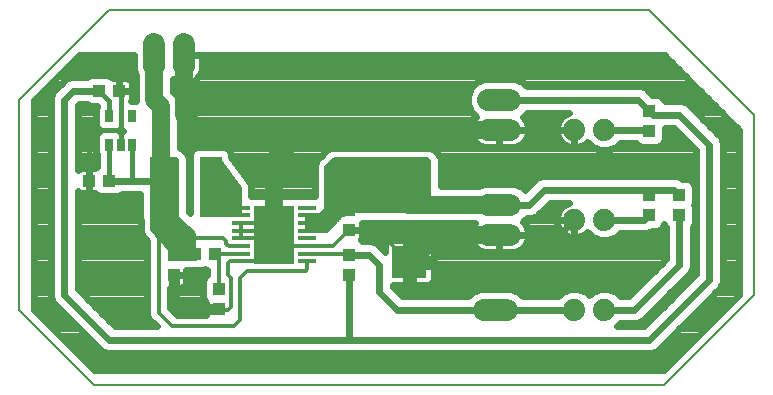
<source format=gtl>
G75*
%MOIN*%
%OFA0B0*%
%FSLAX25Y25*%
%IPPOS*%
%LPD*%
%AMOC8*
5,1,8,0,0,1.08239X$1,22.5*
%
%ADD10C,0.00600*%
%ADD11R,0.02756X0.03937*%
%ADD12R,0.04331X0.03937*%
%ADD13R,0.06299X0.01181*%
%ADD14R,0.02500X0.05000*%
%ADD15R,0.13386X0.19685*%
%ADD16R,0.03937X0.04331*%
%ADD17R,0.11811X0.10630*%
%ADD18R,0.07480X0.20079*%
%ADD19C,0.07400*%
%ADD20C,0.07400*%
%ADD21C,0.01800*%
%ADD22C,0.03600*%
%ADD23C,0.01200*%
%ADD24C,0.06000*%
%ADD25C,0.02400*%
D10*
X0026300Y0001300D02*
X0001300Y0026300D01*
X0001300Y0096300D01*
X0031300Y0126300D01*
X0211300Y0126300D01*
X0246300Y0091300D01*
X0246300Y0031300D01*
X0216300Y0001300D01*
X0026300Y0001300D01*
X0051300Y0046300D02*
X0045300Y0052800D01*
X0045300Y0076800D01*
X0053800Y0076800D01*
X0054300Y0076300D01*
X0054300Y0057300D01*
X0059800Y0051800D01*
X0059800Y0046300D01*
X0051300Y0046300D01*
X0051242Y0046363D02*
X0059800Y0046363D01*
X0059800Y0046962D02*
X0050689Y0046962D01*
X0050137Y0047560D02*
X0059800Y0047560D01*
X0059800Y0048159D02*
X0049584Y0048159D01*
X0049032Y0048757D02*
X0059800Y0048757D01*
X0059800Y0049356D02*
X0048479Y0049356D01*
X0047927Y0049954D02*
X0059800Y0049954D01*
X0059800Y0050553D02*
X0047375Y0050553D01*
X0046822Y0051151D02*
X0059800Y0051151D01*
X0059800Y0051750D02*
X0046270Y0051750D01*
X0045717Y0052348D02*
X0059252Y0052348D01*
X0058653Y0052947D02*
X0045300Y0052947D01*
X0045300Y0053545D02*
X0058055Y0053545D01*
X0057456Y0054144D02*
X0045300Y0054144D01*
X0045300Y0054742D02*
X0056858Y0054742D01*
X0056259Y0055341D02*
X0045300Y0055341D01*
X0045300Y0055939D02*
X0055661Y0055939D01*
X0055062Y0056538D02*
X0045300Y0056538D01*
X0045300Y0057136D02*
X0054464Y0057136D01*
X0054300Y0057735D02*
X0045300Y0057735D01*
X0045300Y0058333D02*
X0054300Y0058333D01*
X0054300Y0058932D02*
X0045300Y0058932D01*
X0045300Y0059530D02*
X0054300Y0059530D01*
X0054300Y0060129D02*
X0045300Y0060129D01*
X0045300Y0060727D02*
X0054300Y0060727D01*
X0054300Y0061326D02*
X0045300Y0061326D01*
X0045300Y0061924D02*
X0054300Y0061924D01*
X0054300Y0062523D02*
X0045300Y0062523D01*
X0045300Y0063121D02*
X0054300Y0063121D01*
X0054300Y0063720D02*
X0045300Y0063720D01*
X0045300Y0064318D02*
X0054300Y0064318D01*
X0054300Y0064917D02*
X0045300Y0064917D01*
X0045300Y0065515D02*
X0054300Y0065515D01*
X0054300Y0066114D02*
X0045300Y0066114D01*
X0045300Y0066712D02*
X0054300Y0066712D01*
X0054300Y0067311D02*
X0045300Y0067311D01*
X0045300Y0067909D02*
X0054300Y0067909D01*
X0054300Y0068508D02*
X0045300Y0068508D01*
X0045300Y0069106D02*
X0054300Y0069106D01*
X0054300Y0069705D02*
X0045300Y0069705D01*
X0045300Y0070303D02*
X0054300Y0070303D01*
X0054300Y0070902D02*
X0045300Y0070902D01*
X0045300Y0071501D02*
X0054300Y0071501D01*
X0054300Y0072099D02*
X0045300Y0072099D01*
X0045300Y0072698D02*
X0054300Y0072698D01*
X0054300Y0073296D02*
X0045300Y0073296D01*
X0045300Y0073895D02*
X0054300Y0073895D01*
X0054300Y0074493D02*
X0045300Y0074493D01*
X0045300Y0075092D02*
X0054300Y0075092D01*
X0054300Y0075690D02*
X0045300Y0075690D01*
X0045300Y0076289D02*
X0054300Y0076289D01*
X0096800Y0057800D02*
X0096800Y0052300D01*
X0103800Y0052300D01*
X0110300Y0058800D01*
X0137300Y0058800D01*
X0138300Y0059800D01*
X0138300Y0075800D01*
X0137300Y0076800D01*
X0106300Y0076800D01*
X0103300Y0073800D01*
X0103300Y0059800D01*
X0101300Y0057800D01*
X0096800Y0057800D01*
X0096800Y0057735D02*
X0109235Y0057735D01*
X0109833Y0058333D02*
X0101833Y0058333D01*
X0102432Y0058932D02*
X0137432Y0058932D01*
X0138030Y0059530D02*
X0103030Y0059530D01*
X0103300Y0060129D02*
X0138300Y0060129D01*
X0138300Y0060727D02*
X0103300Y0060727D01*
X0103300Y0061326D02*
X0138300Y0061326D01*
X0138300Y0061924D02*
X0103300Y0061924D01*
X0103300Y0062523D02*
X0138300Y0062523D01*
X0138300Y0063121D02*
X0103300Y0063121D01*
X0103300Y0063720D02*
X0138300Y0063720D01*
X0138300Y0064318D02*
X0103300Y0064318D01*
X0103300Y0064917D02*
X0138300Y0064917D01*
X0138300Y0065515D02*
X0103300Y0065515D01*
X0103300Y0066114D02*
X0138300Y0066114D01*
X0138300Y0066712D02*
X0103300Y0066712D01*
X0103300Y0067311D02*
X0138300Y0067311D01*
X0138300Y0067909D02*
X0103300Y0067909D01*
X0103300Y0068508D02*
X0138300Y0068508D01*
X0138300Y0069106D02*
X0103300Y0069106D01*
X0103300Y0069705D02*
X0138300Y0069705D01*
X0138300Y0070303D02*
X0103300Y0070303D01*
X0103300Y0070902D02*
X0138300Y0070902D01*
X0138300Y0071501D02*
X0103300Y0071501D01*
X0103300Y0072099D02*
X0138300Y0072099D01*
X0138300Y0072698D02*
X0103300Y0072698D01*
X0103300Y0073296D02*
X0138300Y0073296D01*
X0138300Y0073895D02*
X0103395Y0073895D01*
X0103993Y0074493D02*
X0138300Y0074493D01*
X0138300Y0075092D02*
X0104592Y0075092D01*
X0105190Y0075690D02*
X0138300Y0075690D01*
X0137811Y0076289D02*
X0105789Y0076289D01*
X0108636Y0057136D02*
X0096800Y0057136D01*
X0096800Y0056538D02*
X0108038Y0056538D01*
X0107439Y0055939D02*
X0096800Y0055939D01*
X0096800Y0055341D02*
X0106841Y0055341D01*
X0106242Y0054742D02*
X0096800Y0054742D01*
X0096800Y0054144D02*
X0105644Y0054144D01*
X0105045Y0053545D02*
X0096800Y0053545D01*
X0096800Y0052947D02*
X0104447Y0052947D01*
X0103848Y0052348D02*
X0096800Y0052348D01*
D11*
X0038780Y0081300D03*
X0035040Y0081300D03*
X0031300Y0081300D03*
X0031300Y0090749D03*
X0038780Y0090749D03*
D12*
X0034646Y0099300D03*
X0027954Y0099300D03*
X0031146Y0069300D03*
X0024454Y0069300D03*
X0059954Y0044800D03*
X0066646Y0044800D03*
D13*
X0075276Y0044935D03*
X0075276Y0042376D03*
X0075276Y0047494D03*
X0075276Y0050053D03*
X0075276Y0052612D03*
X0075276Y0055171D03*
X0075276Y0057730D03*
X0075276Y0060289D03*
X0097324Y0060289D03*
X0097324Y0057730D03*
X0097324Y0055171D03*
X0097324Y0052612D03*
X0097324Y0050053D03*
X0097324Y0047494D03*
X0097324Y0044935D03*
X0097324Y0042376D03*
D14*
X0086300Y0051300D03*
D15*
X0086300Y0051300D03*
D16*
X0111300Y0052954D03*
X0111300Y0059646D03*
X0111300Y0044646D03*
X0111300Y0037954D03*
X0067800Y0033146D03*
X0067800Y0026454D03*
X0052800Y0037954D03*
X0052800Y0044646D03*
X0211300Y0057954D03*
X0221300Y0057954D03*
X0221300Y0064646D03*
X0211300Y0064646D03*
X0211300Y0085954D03*
X0211300Y0092646D03*
D17*
X0131300Y0070473D03*
X0131300Y0042127D03*
D18*
X0065068Y0067300D03*
X0048532Y0067300D03*
D19*
X0046300Y0107600D02*
X0046300Y0115000D01*
X0056300Y0115000D02*
X0056300Y0107600D01*
X0157600Y0096300D02*
X0165000Y0096300D01*
X0165000Y0086300D02*
X0157600Y0086300D01*
X0157600Y0061300D02*
X0165000Y0061300D01*
X0165000Y0051300D02*
X0157600Y0051300D01*
X0156300Y0026300D02*
X0163700Y0026300D01*
D20*
X0186300Y0026300D03*
X0196300Y0026300D03*
X0196300Y0056300D03*
X0186300Y0056300D03*
X0186300Y0086300D03*
X0196300Y0086300D03*
D21*
X0038780Y0081300D02*
X0038780Y0069780D01*
X0038300Y0069300D01*
X0031146Y0069300D01*
X0031146Y0081146D01*
X0031300Y0081300D01*
X0035040Y0081300D02*
X0035040Y0086214D01*
X0034954Y0086300D01*
X0026300Y0086300D01*
X0024454Y0084454D01*
X0024454Y0069300D01*
X0035040Y0086214D02*
X0035040Y0098906D01*
X0034646Y0099300D01*
X0031300Y0095954D02*
X0027954Y0099300D01*
X0031300Y0095954D02*
X0031300Y0090749D01*
D22*
X0059954Y0044800D02*
X0059800Y0044646D01*
X0052800Y0044646D01*
X0052800Y0037954D02*
X0052800Y0028800D01*
X0055146Y0026454D01*
X0067800Y0026454D01*
D23*
X0067954Y0026300D01*
X0070800Y0026300D01*
X0071800Y0027300D01*
X0071800Y0036800D01*
X0070800Y0037800D01*
X0070800Y0041800D01*
X0071376Y0042376D01*
X0075276Y0042376D01*
X0083876Y0042376D01*
X0086300Y0044800D01*
X0086300Y0051300D01*
X0090106Y0047494D01*
X0097324Y0047494D01*
X0105841Y0047494D01*
X0111300Y0052954D01*
X0120473Y0052954D01*
X0131300Y0042127D01*
X0111300Y0044646D02*
X0111011Y0044935D01*
X0097324Y0044935D01*
X0097324Y0042376D02*
X0097324Y0039824D01*
X0096800Y0039300D01*
X0077300Y0039300D01*
X0074800Y0036800D01*
X0074800Y0022800D01*
X0072800Y0020800D01*
X0052300Y0020800D01*
X0047800Y0025300D01*
X0047800Y0066568D01*
X0048532Y0067300D01*
X0052800Y0063032D01*
X0062300Y0063211D02*
X0074800Y0063211D01*
X0074800Y0064409D02*
X0062300Y0064409D01*
X0062300Y0065608D02*
X0074800Y0065608D01*
X0074800Y0066800D02*
X0074800Y0057800D01*
X0062300Y0057800D01*
X0062300Y0075800D01*
X0068300Y0075800D01*
X0074800Y0066800D01*
X0074796Y0066806D02*
X0062300Y0066806D01*
X0062300Y0068005D02*
X0073930Y0068005D01*
X0073064Y0069203D02*
X0062300Y0069203D01*
X0062300Y0070402D02*
X0072199Y0070402D01*
X0071333Y0071600D02*
X0062300Y0071600D01*
X0062300Y0072799D02*
X0070468Y0072799D01*
X0069602Y0073997D02*
X0062300Y0073997D01*
X0062300Y0075196D02*
X0068736Y0075196D01*
X0065068Y0067300D02*
X0065800Y0065068D01*
X0065800Y0059300D01*
X0067370Y0057730D01*
X0075276Y0057730D01*
X0074800Y0058417D02*
X0062300Y0058417D01*
X0062300Y0059615D02*
X0074800Y0059615D01*
X0075276Y0060289D02*
X0070578Y0060289D01*
X0065068Y0067300D01*
X0062300Y0062012D02*
X0074800Y0062012D01*
X0074800Y0060814D02*
X0062300Y0060814D01*
X0075276Y0055171D02*
X0082429Y0055171D01*
X0086300Y0051300D01*
X0084988Y0052612D01*
X0075276Y0052612D01*
X0075276Y0055171D01*
X0075276Y0052612D02*
X0075276Y0050053D01*
X0085053Y0050053D01*
X0086300Y0051300D01*
X0075276Y0047494D02*
X0071106Y0047494D01*
X0070300Y0048300D01*
X0070300Y0049300D01*
X0069300Y0050300D01*
X0059800Y0050300D01*
X0059300Y0049800D01*
X0059300Y0045454D01*
X0059954Y0044800D01*
X0066646Y0044800D02*
X0066781Y0044935D01*
X0067800Y0043916D01*
X0067800Y0033146D01*
X0066781Y0044935D02*
X0075276Y0044935D01*
X0097324Y0052612D02*
X0097324Y0055171D01*
X0097324Y0057730D01*
X0109384Y0057730D01*
X0111300Y0059646D01*
D24*
X0126300Y0066300D02*
X0127127Y0066300D01*
X0131300Y0070473D01*
X0126300Y0066300D02*
X0131300Y0061300D01*
X0161300Y0061300D01*
X0161300Y0051300D02*
X0140473Y0051300D01*
X0131300Y0042127D01*
X0086300Y0051300D02*
X0086300Y0076300D01*
X0096300Y0086300D01*
X0161300Y0086300D01*
X0061300Y0086300D01*
X0056300Y0091300D01*
X0056300Y0111300D01*
X0046300Y0111300D02*
X0046300Y0096300D01*
X0048532Y0094068D01*
X0048532Y0067300D01*
D25*
X0022112Y0010488D02*
X0220488Y0010488D01*
X0218090Y0008090D02*
X0024510Y0008090D01*
X0026300Y0006300D02*
X0006300Y0026300D01*
X0006300Y0096300D01*
X0021300Y0111300D01*
X0039400Y0111300D01*
X0039400Y0106227D01*
X0040100Y0104538D01*
X0040100Y0095917D01*
X0038509Y0095917D01*
X0038572Y0095981D01*
X0038862Y0096482D01*
X0039012Y0097042D01*
X0039012Y0099300D01*
X0039012Y0101558D01*
X0038862Y0102118D01*
X0038572Y0102619D01*
X0038163Y0103029D01*
X0037661Y0103319D01*
X0037101Y0103468D01*
X0034647Y0103468D01*
X0034647Y0099300D01*
X0039012Y0099300D01*
X0034647Y0099300D01*
X0034647Y0099300D01*
X0034646Y0099300D01*
X0034646Y0103468D01*
X0032444Y0103468D01*
X0031932Y0103981D01*
X0030755Y0104468D01*
X0025152Y0104468D01*
X0023976Y0103981D01*
X0023694Y0103700D01*
X0018425Y0103700D01*
X0016808Y0103030D01*
X0015570Y0101792D01*
X0012570Y0098792D01*
X0011900Y0097175D01*
X0011900Y0030425D01*
X0012570Y0028808D01*
X0013808Y0027570D01*
X0028808Y0012570D01*
X0030425Y0011900D01*
X0212175Y0011900D01*
X0213792Y0012570D01*
X0215030Y0013808D01*
X0233792Y0032570D01*
X0233792Y0032570D01*
X0235030Y0033808D01*
X0235700Y0035425D01*
X0235700Y0082175D01*
X0235030Y0083792D01*
X0233792Y0085030D01*
X0223792Y0095030D01*
X0222175Y0095700D01*
X0216364Y0095700D01*
X0215981Y0096624D01*
X0215081Y0097525D01*
X0213905Y0098012D01*
X0212157Y0098012D01*
X0211377Y0098792D01*
X0210139Y0100030D01*
X0208522Y0100700D01*
X0170358Y0100700D01*
X0168909Y0102150D01*
X0166372Y0103200D01*
X0156227Y0103200D01*
X0153691Y0102150D01*
X0151750Y0100209D01*
X0150700Y0097672D01*
X0150700Y0094927D01*
X0151750Y0092391D01*
X0153549Y0090593D01*
X0153100Y0090144D01*
X0152554Y0089392D01*
X0152132Y0088565D01*
X0151845Y0087682D01*
X0151700Y0086764D01*
X0151700Y0086300D01*
X0161300Y0086300D01*
X0186300Y0086300D01*
X0186300Y0080400D01*
X0186764Y0080400D01*
X0187682Y0080545D01*
X0188565Y0080832D01*
X0189392Y0081254D01*
X0190144Y0081800D01*
X0190593Y0082249D01*
X0192391Y0080450D01*
X0194927Y0079400D01*
X0197672Y0079400D01*
X0200209Y0080450D01*
X0201658Y0081900D01*
X0206694Y0081900D01*
X0207519Y0081075D01*
X0208695Y0080588D01*
X0213905Y0080588D01*
X0215081Y0081075D01*
X0215981Y0081976D01*
X0216468Y0083152D01*
X0216468Y0086900D01*
X0219477Y0086900D01*
X0226900Y0079477D01*
X0226900Y0038123D01*
X0209477Y0020700D01*
X0200458Y0020700D01*
X0201658Y0021900D01*
X0207175Y0021900D01*
X0208792Y0022570D01*
X0225030Y0038808D01*
X0225700Y0040425D01*
X0225700Y0042175D01*
X0225700Y0053694D01*
X0225981Y0053976D01*
X0226468Y0055152D01*
X0226468Y0060755D01*
X0226243Y0061300D01*
X0226468Y0061845D01*
X0226468Y0067448D01*
X0225981Y0068624D01*
X0225081Y0069525D01*
X0223905Y0070012D01*
X0222157Y0070012D01*
X0222139Y0070030D01*
X0220522Y0070700D01*
X0175425Y0070700D01*
X0173808Y0070030D01*
X0172570Y0068792D01*
X0169918Y0066140D01*
X0168909Y0067150D01*
X0166372Y0068200D01*
X0156227Y0068200D01*
X0154538Y0067500D01*
X0141800Y0067500D01*
X0141800Y0076496D01*
X0141267Y0077783D01*
X0140283Y0078767D01*
X0140283Y0078767D01*
X0139283Y0079767D01*
X0137996Y0080300D01*
X0105604Y0080300D01*
X0104317Y0079767D01*
X0100333Y0075783D01*
X0099800Y0074496D01*
X0099800Y0064080D01*
X0094263Y0064080D01*
X0093629Y0064343D01*
X0078971Y0064343D01*
X0078600Y0064189D01*
X0078600Y0066495D01*
X0078672Y0066941D01*
X0078600Y0067244D01*
X0078600Y0067556D01*
X0078427Y0067973D01*
X0078323Y0068412D01*
X0078141Y0068665D01*
X0078021Y0068953D01*
X0077702Y0069272D01*
X0072008Y0077156D01*
X0072008Y0077976D01*
X0071521Y0079152D01*
X0070621Y0080052D01*
X0069444Y0080539D01*
X0060691Y0080539D01*
X0059515Y0080052D01*
X0058615Y0079152D01*
X0058128Y0077976D01*
X0058128Y0058422D01*
X0057800Y0058750D01*
X0057800Y0076996D01*
X0057267Y0078283D01*
X0056283Y0079267D01*
X0055783Y0079767D01*
X0054732Y0080202D01*
X0054732Y0095301D01*
X0053788Y0097580D01*
X0052500Y0098868D01*
X0052500Y0103068D01*
X0053208Y0102554D01*
X0054035Y0102132D01*
X0054918Y0101845D01*
X0055836Y0101700D01*
X0056300Y0101700D01*
X0056764Y0101700D01*
X0057682Y0101845D01*
X0058565Y0102132D01*
X0059392Y0102554D01*
X0060144Y0103100D01*
X0060800Y0103756D01*
X0061346Y0104508D01*
X0061768Y0105335D01*
X0062055Y0106218D01*
X0062200Y0107136D01*
X0062200Y0111300D01*
X0056300Y0111300D01*
X0216300Y0111300D01*
X0241300Y0086300D01*
X0241300Y0031300D01*
X0216300Y0006300D01*
X0026300Y0006300D01*
X0028491Y0012887D02*
X0019713Y0012887D01*
X0017315Y0015285D02*
X0026092Y0015285D01*
X0023694Y0017684D02*
X0014916Y0017684D01*
X0012518Y0020082D02*
X0021295Y0020082D01*
X0018897Y0022481D02*
X0010119Y0022481D01*
X0007721Y0024879D02*
X0016498Y0024879D01*
X0014100Y0027278D02*
X0006300Y0027278D01*
X0006300Y0029676D02*
X0012210Y0029676D01*
X0011900Y0032075D02*
X0006300Y0032075D01*
X0006300Y0034473D02*
X0011900Y0034473D01*
X0011900Y0036872D02*
X0006300Y0036872D01*
X0006300Y0039270D02*
X0011900Y0039270D01*
X0011900Y0041669D02*
X0006300Y0041669D01*
X0006300Y0044067D02*
X0011900Y0044067D01*
X0011900Y0046466D02*
X0006300Y0046466D01*
X0006300Y0048864D02*
X0011900Y0048864D01*
X0011900Y0051263D02*
X0006300Y0051263D01*
X0006300Y0053661D02*
X0011900Y0053661D01*
X0011900Y0056060D02*
X0006300Y0056060D01*
X0006300Y0058458D02*
X0011900Y0058458D01*
X0011900Y0060857D02*
X0006300Y0060857D01*
X0006300Y0063255D02*
X0011900Y0063255D01*
X0011900Y0065654D02*
X0006300Y0065654D01*
X0006300Y0068052D02*
X0011900Y0068052D01*
X0011900Y0070451D02*
X0006300Y0070451D01*
X0006300Y0072849D02*
X0011900Y0072849D01*
X0011900Y0075248D02*
X0006300Y0075248D01*
X0006300Y0077646D02*
X0011900Y0077646D01*
X0011900Y0080045D02*
X0006300Y0080045D01*
X0006300Y0082443D02*
X0011900Y0082443D01*
X0011900Y0084842D02*
X0006300Y0084842D01*
X0006300Y0087240D02*
X0011900Y0087240D01*
X0011900Y0089639D02*
X0006300Y0089639D01*
X0006300Y0092037D02*
X0011900Y0092037D01*
X0011900Y0094436D02*
X0006300Y0094436D01*
X0006834Y0096834D02*
X0011900Y0096834D01*
X0013010Y0099233D02*
X0009233Y0099233D01*
X0011632Y0101632D02*
X0015409Y0101632D01*
X0014030Y0104030D02*
X0024093Y0104030D01*
X0031814Y0104030D02*
X0040100Y0104030D01*
X0040100Y0101632D02*
X0038992Y0101632D01*
X0039012Y0099233D02*
X0040100Y0099233D01*
X0040100Y0096834D02*
X0038956Y0096834D01*
X0034647Y0101632D02*
X0034646Y0101632D01*
X0027954Y0099300D02*
X0019300Y0099300D01*
X0016300Y0096300D01*
X0016300Y0031300D01*
X0031300Y0016300D01*
X0111359Y0016300D01*
X0111300Y0016359D01*
X0111300Y0037954D01*
X0117954Y0044646D02*
X0121300Y0041300D01*
X0121300Y0032098D01*
X0127098Y0026300D01*
X0156300Y0026300D01*
X0186300Y0026300D01*
X0191300Y0031058D02*
X0190209Y0032150D01*
X0187672Y0033200D01*
X0184927Y0033200D01*
X0182391Y0032150D01*
X0180942Y0030700D01*
X0169058Y0030700D01*
X0167609Y0032150D01*
X0165072Y0033200D01*
X0154927Y0033200D01*
X0152391Y0032150D01*
X0150942Y0030700D01*
X0128921Y0030700D01*
X0125700Y0033921D01*
X0125700Y0034612D01*
X0130100Y0034612D01*
X0130100Y0040927D01*
X0132500Y0040927D01*
X0132500Y0043327D01*
X0130100Y0043327D01*
X0130100Y0049642D01*
X0125105Y0049642D01*
X0124545Y0049492D01*
X0124044Y0049202D01*
X0123634Y0048793D01*
X0123344Y0048291D01*
X0123194Y0047731D01*
X0123194Y0045628D01*
X0120446Y0048377D01*
X0118829Y0049046D01*
X0115559Y0049046D01*
X0115081Y0049525D01*
X0115080Y0049525D01*
X0115319Y0049939D01*
X0115468Y0050499D01*
X0115468Y0052953D01*
X0111300Y0052953D01*
X0111300Y0052954D01*
X0115468Y0052954D01*
X0115468Y0055156D01*
X0115613Y0055300D01*
X0129584Y0055300D01*
X0130067Y0055100D01*
X0153068Y0055100D01*
X0152554Y0054392D01*
X0152132Y0053565D01*
X0151845Y0052682D01*
X0151700Y0051764D01*
X0151700Y0051300D01*
X0161300Y0051300D01*
X0181300Y0051300D01*
X0186300Y0056300D01*
X0186300Y0050400D01*
X0186764Y0050400D01*
X0187682Y0050545D01*
X0188565Y0050832D01*
X0189392Y0051254D01*
X0190144Y0051800D01*
X0190593Y0052249D01*
X0192391Y0050450D01*
X0194927Y0049400D01*
X0197672Y0049400D01*
X0200209Y0050450D01*
X0201658Y0051900D01*
X0210522Y0051900D01*
X0212139Y0052570D01*
X0212157Y0052588D01*
X0213905Y0052588D01*
X0215081Y0053075D01*
X0215981Y0053976D01*
X0216300Y0054745D01*
X0216619Y0053976D01*
X0216900Y0053694D01*
X0216900Y0043123D01*
X0204477Y0030700D01*
X0201658Y0030700D01*
X0200209Y0032150D01*
X0197672Y0033200D01*
X0194927Y0033200D01*
X0192391Y0032150D01*
X0191300Y0031058D01*
X0190283Y0032075D02*
X0192317Y0032075D01*
X0200283Y0032075D02*
X0205852Y0032075D01*
X0208251Y0034473D02*
X0125700Y0034473D01*
X0127546Y0032075D02*
X0152317Y0032075D01*
X0139256Y0035963D02*
X0138966Y0035461D01*
X0138556Y0035051D01*
X0138055Y0034762D01*
X0137495Y0034612D01*
X0132500Y0034612D01*
X0132500Y0040927D01*
X0139405Y0040927D01*
X0139405Y0036522D01*
X0139256Y0035963D01*
X0139405Y0036872D02*
X0210649Y0036872D01*
X0213048Y0039270D02*
X0139405Y0039270D01*
X0139405Y0043327D02*
X0132500Y0043327D01*
X0132500Y0049642D01*
X0137495Y0049642D01*
X0138055Y0049492D01*
X0138556Y0049202D01*
X0138966Y0048793D01*
X0139256Y0048291D01*
X0139405Y0047731D01*
X0139405Y0043327D01*
X0139405Y0044067D02*
X0216900Y0044067D01*
X0216900Y0046466D02*
X0168384Y0046466D01*
X0168092Y0046254D02*
X0168844Y0046800D01*
X0169500Y0047456D01*
X0170046Y0048208D01*
X0170468Y0049035D01*
X0170755Y0049918D01*
X0170900Y0050836D01*
X0170900Y0051300D01*
X0170900Y0051764D01*
X0170755Y0052682D01*
X0170468Y0053565D01*
X0170046Y0054392D01*
X0169500Y0055144D01*
X0169051Y0055593D01*
X0170358Y0056900D01*
X0172175Y0056900D01*
X0173792Y0057570D01*
X0178123Y0061900D01*
X0184442Y0061900D01*
X0184035Y0061768D01*
X0183208Y0061346D01*
X0182456Y0060800D01*
X0181800Y0060144D01*
X0181254Y0059392D01*
X0180832Y0058565D01*
X0180545Y0057682D01*
X0180400Y0056764D01*
X0180400Y0056300D01*
X0186300Y0056300D01*
X0186300Y0056300D01*
X0186300Y0056300D01*
X0186300Y0050400D01*
X0185836Y0050400D01*
X0184918Y0050545D01*
X0184035Y0050832D01*
X0183208Y0051254D01*
X0182456Y0051800D01*
X0181800Y0052456D01*
X0181254Y0053208D01*
X0180832Y0054035D01*
X0180545Y0054918D01*
X0180400Y0055836D01*
X0180400Y0056300D01*
X0186300Y0056300D01*
X0186300Y0056060D02*
X0186300Y0056060D01*
X0186300Y0053661D02*
X0186300Y0053661D01*
X0186300Y0051263D02*
X0186300Y0051263D01*
X0189405Y0051263D02*
X0191579Y0051263D01*
X0196300Y0056300D02*
X0209646Y0056300D01*
X0211300Y0057954D01*
X0215667Y0053661D02*
X0216900Y0053661D01*
X0216900Y0051263D02*
X0201021Y0051263D01*
X0216900Y0048864D02*
X0170381Y0048864D01*
X0170900Y0051263D02*
X0183195Y0051263D01*
X0181023Y0053661D02*
X0170419Y0053661D01*
X0169518Y0056060D02*
X0180400Y0056060D01*
X0180798Y0058458D02*
X0174681Y0058458D01*
X0177079Y0060857D02*
X0182534Y0060857D01*
X0176300Y0066300D02*
X0211756Y0066300D01*
X0211300Y0065844D01*
X0211300Y0064646D01*
X0211756Y0066300D02*
X0219646Y0066300D01*
X0221300Y0064646D01*
X0226468Y0065654D02*
X0226900Y0065654D01*
X0226900Y0068052D02*
X0226218Y0068052D01*
X0226900Y0070451D02*
X0221123Y0070451D01*
X0226900Y0072849D02*
X0141800Y0072849D01*
X0141800Y0075248D02*
X0226900Y0075248D01*
X0226900Y0077646D02*
X0141324Y0077646D01*
X0138612Y0080045D02*
X0193371Y0080045D01*
X0199229Y0080045D02*
X0226333Y0080045D01*
X0223934Y0082443D02*
X0216175Y0082443D01*
X0216468Y0084842D02*
X0221536Y0084842D01*
X0221300Y0091300D02*
X0231300Y0081300D01*
X0231300Y0036300D01*
X0211300Y0016300D01*
X0111359Y0016300D01*
X0130100Y0036872D02*
X0132500Y0036872D01*
X0132500Y0039270D02*
X0130100Y0039270D01*
X0132500Y0041669D02*
X0215446Y0041669D01*
X0221300Y0041300D02*
X0206300Y0026300D01*
X0196300Y0026300D01*
X0208577Y0022481D02*
X0211258Y0022481D01*
X0211102Y0024879D02*
X0213657Y0024879D01*
X0213500Y0027278D02*
X0216055Y0027278D01*
X0215899Y0029676D02*
X0218454Y0029676D01*
X0218297Y0032075D02*
X0220852Y0032075D01*
X0220696Y0034473D02*
X0223251Y0034473D01*
X0223094Y0036872D02*
X0225649Y0036872D01*
X0225222Y0039270D02*
X0226900Y0039270D01*
X0226900Y0041669D02*
X0225700Y0041669D01*
X0225700Y0044067D02*
X0226900Y0044067D01*
X0226900Y0046466D02*
X0225700Y0046466D01*
X0225700Y0048864D02*
X0226900Y0048864D01*
X0226900Y0051263D02*
X0225700Y0051263D01*
X0225700Y0053661D02*
X0226900Y0053661D01*
X0226900Y0056060D02*
X0226468Y0056060D01*
X0226468Y0058458D02*
X0226900Y0058458D01*
X0226900Y0060857D02*
X0226426Y0060857D01*
X0226468Y0063255D02*
X0226900Y0063255D01*
X0221300Y0057954D02*
X0221300Y0041300D01*
X0235700Y0041669D02*
X0241300Y0041669D01*
X0241300Y0044067D02*
X0235700Y0044067D01*
X0235700Y0046466D02*
X0241300Y0046466D01*
X0241300Y0048864D02*
X0235700Y0048864D01*
X0235700Y0051263D02*
X0241300Y0051263D01*
X0241300Y0053661D02*
X0235700Y0053661D01*
X0235700Y0056060D02*
X0241300Y0056060D01*
X0241300Y0058458D02*
X0235700Y0058458D01*
X0235700Y0060857D02*
X0241300Y0060857D01*
X0241300Y0063255D02*
X0235700Y0063255D01*
X0235700Y0065654D02*
X0241300Y0065654D01*
X0241300Y0068052D02*
X0235700Y0068052D01*
X0235700Y0070451D02*
X0241300Y0070451D01*
X0241300Y0072849D02*
X0235700Y0072849D01*
X0235700Y0075248D02*
X0241300Y0075248D01*
X0241300Y0077646D02*
X0235700Y0077646D01*
X0235700Y0080045D02*
X0241300Y0080045D01*
X0241300Y0082443D02*
X0235589Y0082443D01*
X0233981Y0084842D02*
X0241300Y0084842D01*
X0240360Y0087240D02*
X0231582Y0087240D01*
X0233792Y0085030D02*
X0233792Y0085030D01*
X0237961Y0089639D02*
X0229184Y0089639D01*
X0226785Y0092037D02*
X0235563Y0092037D01*
X0233164Y0094436D02*
X0224387Y0094436D01*
X0221300Y0091300D02*
X0212646Y0091300D01*
X0211300Y0092646D01*
X0207646Y0096300D01*
X0161300Y0096300D01*
X0169051Y0090593D02*
X0170358Y0091900D01*
X0184442Y0091900D01*
X0184035Y0091768D01*
X0183208Y0091346D01*
X0182456Y0090800D01*
X0181800Y0090144D01*
X0181254Y0089392D01*
X0180832Y0088565D01*
X0180545Y0087682D01*
X0180400Y0086764D01*
X0180400Y0086300D01*
X0186300Y0086300D01*
X0186300Y0086300D01*
X0186300Y0086300D01*
X0186300Y0080400D01*
X0185836Y0080400D01*
X0184918Y0080545D01*
X0184035Y0080832D01*
X0183208Y0081254D01*
X0182456Y0081800D01*
X0181800Y0082456D01*
X0181254Y0083208D01*
X0180832Y0084035D01*
X0180545Y0084918D01*
X0180400Y0085836D01*
X0180400Y0086300D01*
X0186300Y0086300D01*
X0186300Y0084842D02*
X0186300Y0084842D01*
X0186300Y0082443D02*
X0186300Y0082443D01*
X0181813Y0082443D02*
X0169487Y0082443D01*
X0169500Y0082456D02*
X0170046Y0083208D01*
X0170468Y0084035D01*
X0170755Y0084918D01*
X0170900Y0085836D01*
X0170900Y0086300D01*
X0170900Y0086764D01*
X0170755Y0087682D01*
X0170468Y0088565D01*
X0170046Y0089392D01*
X0169500Y0090144D01*
X0169051Y0090593D01*
X0169867Y0089639D02*
X0181433Y0089639D01*
X0180475Y0087240D02*
X0170825Y0087240D01*
X0170900Y0086300D02*
X0161300Y0086300D01*
X0161300Y0086300D01*
X0170900Y0086300D01*
X0170730Y0084842D02*
X0180570Y0084842D01*
X0169500Y0082456D02*
X0168844Y0081800D01*
X0168092Y0081254D01*
X0167265Y0080832D01*
X0166382Y0080545D01*
X0165464Y0080400D01*
X0161300Y0080400D01*
X0161300Y0086300D01*
X0161300Y0086300D01*
X0161300Y0086300D01*
X0161300Y0080400D01*
X0157136Y0080400D01*
X0156218Y0080545D01*
X0155335Y0080832D01*
X0154508Y0081254D01*
X0153756Y0081800D01*
X0153100Y0082456D01*
X0152554Y0083208D01*
X0152132Y0084035D01*
X0151845Y0084918D01*
X0151700Y0085836D01*
X0151700Y0086300D01*
X0161300Y0086300D01*
X0161300Y0084842D02*
X0161300Y0084842D01*
X0161300Y0082443D02*
X0161300Y0082443D01*
X0153113Y0082443D02*
X0054732Y0082443D01*
X0054732Y0084842D02*
X0151870Y0084842D01*
X0151775Y0087240D02*
X0054732Y0087240D01*
X0054732Y0089639D02*
X0152733Y0089639D01*
X0152104Y0092037D02*
X0054732Y0092037D01*
X0054732Y0094436D02*
X0150904Y0094436D01*
X0150700Y0096834D02*
X0054097Y0096834D01*
X0052500Y0099233D02*
X0151346Y0099233D01*
X0153173Y0101632D02*
X0052500Y0101632D01*
X0056300Y0101700D02*
X0056300Y0111300D01*
X0056300Y0111300D01*
X0056300Y0101700D01*
X0056300Y0104030D02*
X0056300Y0104030D01*
X0056300Y0106429D02*
X0056300Y0106429D01*
X0056300Y0108827D02*
X0056300Y0108827D01*
X0056300Y0111226D02*
X0056300Y0111226D01*
X0056300Y0111300D02*
X0056300Y0111300D01*
X0062200Y0111226D02*
X0216374Y0111226D01*
X0218773Y0108827D02*
X0062200Y0108827D01*
X0062088Y0106429D02*
X0221171Y0106429D01*
X0223570Y0104030D02*
X0060999Y0104030D01*
X0039400Y0106429D02*
X0016429Y0106429D01*
X0018827Y0108827D02*
X0039400Y0108827D01*
X0039400Y0111226D02*
X0021226Y0111226D01*
X0021123Y0094900D02*
X0023694Y0094900D01*
X0023976Y0094619D01*
X0025152Y0094131D01*
X0027044Y0094131D01*
X0026722Y0093354D01*
X0026722Y0088144D01*
X0027209Y0086968D01*
X0028109Y0086067D01*
X0028213Y0086024D01*
X0028109Y0085981D01*
X0027209Y0085081D01*
X0026722Y0083905D01*
X0026722Y0078695D01*
X0027046Y0077912D01*
X0027046Y0073859D01*
X0026656Y0073468D01*
X0024454Y0073468D01*
X0024454Y0069300D01*
X0024454Y0065131D01*
X0026656Y0065131D01*
X0027168Y0064619D01*
X0028345Y0064131D01*
X0033948Y0064131D01*
X0035124Y0064619D01*
X0035406Y0064900D01*
X0041592Y0064900D01*
X0041592Y0056624D01*
X0041800Y0056122D01*
X0041800Y0052870D01*
X0041775Y0052244D01*
X0041800Y0052176D01*
X0041800Y0052104D01*
X0042040Y0051525D01*
X0042256Y0050938D01*
X0042305Y0050884D01*
X0042333Y0050817D01*
X0042776Y0050375D01*
X0044000Y0049048D01*
X0044000Y0024544D01*
X0044579Y0023147D01*
X0045647Y0022079D01*
X0047026Y0020700D01*
X0033123Y0020700D01*
X0020700Y0033123D01*
X0020700Y0065808D01*
X0020937Y0065571D01*
X0021439Y0065281D01*
X0021999Y0065131D01*
X0024453Y0065131D01*
X0024453Y0069300D01*
X0024454Y0069300D01*
X0024453Y0069300D01*
X0024453Y0073468D01*
X0021999Y0073468D01*
X0021439Y0073319D01*
X0020937Y0073029D01*
X0020700Y0072792D01*
X0020700Y0094477D01*
X0021123Y0094900D01*
X0020700Y0094436D02*
X0024417Y0094436D01*
X0026722Y0092037D02*
X0020700Y0092037D01*
X0020700Y0089639D02*
X0026722Y0089639D01*
X0027096Y0087240D02*
X0020700Y0087240D01*
X0020700Y0084842D02*
X0027110Y0084842D01*
X0026722Y0082443D02*
X0020700Y0082443D01*
X0020700Y0080045D02*
X0026722Y0080045D01*
X0027046Y0077646D02*
X0020700Y0077646D01*
X0020700Y0075248D02*
X0027046Y0075248D01*
X0024454Y0072849D02*
X0024453Y0072849D01*
X0020758Y0072849D02*
X0020700Y0072849D01*
X0024453Y0070451D02*
X0024454Y0070451D01*
X0024453Y0068052D02*
X0024454Y0068052D01*
X0024453Y0065654D02*
X0024454Y0065654D01*
X0020855Y0065654D02*
X0020700Y0065654D01*
X0020700Y0063255D02*
X0041592Y0063255D01*
X0041592Y0060857D02*
X0020700Y0060857D01*
X0020700Y0058458D02*
X0041592Y0058458D01*
X0041800Y0056060D02*
X0020700Y0056060D01*
X0020700Y0053661D02*
X0041800Y0053661D01*
X0042136Y0051263D02*
X0020700Y0051263D01*
X0020700Y0048864D02*
X0044000Y0048864D01*
X0044000Y0046466D02*
X0020700Y0046466D01*
X0020700Y0044067D02*
X0044000Y0044067D01*
X0044000Y0041669D02*
X0020700Y0041669D01*
X0020700Y0039270D02*
X0044000Y0039270D01*
X0044000Y0036872D02*
X0020700Y0036872D01*
X0020700Y0034473D02*
X0044000Y0034473D01*
X0044000Y0032075D02*
X0021748Y0032075D01*
X0024146Y0029676D02*
X0044000Y0029676D01*
X0044000Y0027278D02*
X0026545Y0027278D01*
X0028943Y0024879D02*
X0044000Y0024879D01*
X0045245Y0022481D02*
X0031342Y0022481D01*
X0051600Y0026874D02*
X0051600Y0033588D01*
X0052800Y0033588D01*
X0055058Y0033588D01*
X0055618Y0033738D01*
X0056119Y0034028D01*
X0056529Y0034437D01*
X0056819Y0034939D01*
X0056968Y0035499D01*
X0056968Y0037953D01*
X0052800Y0037953D01*
X0052800Y0033588D01*
X0052800Y0037953D01*
X0052800Y0037953D01*
X0052800Y0037954D01*
X0056968Y0037954D01*
X0056968Y0039646D01*
X0057116Y0039646D01*
X0057152Y0039631D01*
X0062755Y0039631D01*
X0063300Y0039857D01*
X0063845Y0039631D01*
X0064000Y0039631D01*
X0064000Y0038006D01*
X0063119Y0037124D01*
X0062631Y0035948D01*
X0062631Y0030345D01*
X0063119Y0029168D01*
X0063631Y0028656D01*
X0063631Y0026454D01*
X0067800Y0026454D01*
X0067800Y0026453D01*
X0063631Y0026453D01*
X0063631Y0024600D01*
X0053874Y0024600D01*
X0051600Y0026874D01*
X0051600Y0027278D02*
X0063631Y0027278D01*
X0063631Y0024879D02*
X0053595Y0024879D01*
X0051600Y0029676D02*
X0062908Y0029676D01*
X0062631Y0032075D02*
X0051600Y0032075D01*
X0052800Y0034473D02*
X0052800Y0034473D01*
X0052800Y0036872D02*
X0052800Y0036872D01*
X0056550Y0034473D02*
X0062631Y0034473D01*
X0063014Y0036872D02*
X0056968Y0036872D01*
X0056968Y0039270D02*
X0064000Y0039270D01*
X0058128Y0058458D02*
X0058091Y0058458D01*
X0058128Y0060857D02*
X0057800Y0060857D01*
X0057800Y0063255D02*
X0058128Y0063255D01*
X0058128Y0065654D02*
X0057800Y0065654D01*
X0057800Y0068052D02*
X0058128Y0068052D01*
X0058128Y0070451D02*
X0057800Y0070451D01*
X0057800Y0072849D02*
X0058128Y0072849D01*
X0058128Y0075248D02*
X0057800Y0075248D01*
X0057531Y0077646D02*
X0058128Y0077646D01*
X0059508Y0080045D02*
X0055112Y0080045D01*
X0070628Y0080045D02*
X0104988Y0080045D01*
X0102197Y0077646D02*
X0072008Y0077646D01*
X0073386Y0075248D02*
X0100111Y0075248D01*
X0099800Y0072849D02*
X0075118Y0072849D01*
X0076851Y0070451D02*
X0099800Y0070451D01*
X0099800Y0068052D02*
X0078408Y0068052D01*
X0078600Y0065654D02*
X0099800Y0065654D01*
X0115468Y0053661D02*
X0152181Y0053661D01*
X0151700Y0051300D02*
X0151700Y0050836D01*
X0151845Y0049918D01*
X0152132Y0049035D01*
X0152554Y0048208D01*
X0153100Y0047456D01*
X0153756Y0046800D01*
X0154508Y0046254D01*
X0155335Y0045832D01*
X0156218Y0045545D01*
X0157136Y0045400D01*
X0161300Y0045400D01*
X0165464Y0045400D01*
X0166382Y0045545D01*
X0167265Y0045832D01*
X0168092Y0046254D01*
X0161300Y0046466D02*
X0161300Y0046466D01*
X0161300Y0045400D02*
X0161300Y0051300D01*
X0170900Y0051300D01*
X0161300Y0051300D01*
X0161300Y0051300D01*
X0161300Y0051300D01*
X0161300Y0051300D01*
X0161300Y0045400D01*
X0161300Y0048864D02*
X0161300Y0048864D01*
X0161300Y0051263D02*
X0161300Y0051263D01*
X0161300Y0051300D02*
X0151700Y0051300D01*
X0151700Y0051263D02*
X0115468Y0051263D01*
X0119269Y0048864D02*
X0123706Y0048864D01*
X0123194Y0046466D02*
X0122357Y0046466D01*
X0117954Y0044646D02*
X0111300Y0044646D01*
X0130100Y0044067D02*
X0132500Y0044067D01*
X0132500Y0046466D02*
X0130100Y0046466D01*
X0130100Y0048864D02*
X0132500Y0048864D01*
X0138894Y0048864D02*
X0152219Y0048864D01*
X0154216Y0046466D02*
X0139405Y0046466D01*
X0167683Y0032075D02*
X0182317Y0032075D01*
X0216508Y0015285D02*
X0225285Y0015285D01*
X0222887Y0012887D02*
X0214109Y0012887D01*
X0218906Y0017684D02*
X0227684Y0017684D01*
X0230082Y0020082D02*
X0221305Y0020082D01*
X0223703Y0022481D02*
X0232481Y0022481D01*
X0234879Y0024879D02*
X0226102Y0024879D01*
X0228500Y0027278D02*
X0237278Y0027278D01*
X0239676Y0029676D02*
X0230899Y0029676D01*
X0233297Y0032075D02*
X0241300Y0032075D01*
X0241300Y0034473D02*
X0235306Y0034473D01*
X0235700Y0036872D02*
X0241300Y0036872D01*
X0241300Y0039270D02*
X0235700Y0039270D01*
X0176300Y0066300D02*
X0171300Y0061300D01*
X0161300Y0061300D01*
X0155871Y0068052D02*
X0141800Y0068052D01*
X0141800Y0070451D02*
X0174823Y0070451D01*
X0171830Y0068052D02*
X0166729Y0068052D01*
X0196300Y0086300D02*
X0210954Y0086300D01*
X0211300Y0085954D01*
X0215771Y0096834D02*
X0230766Y0096834D01*
X0228367Y0099233D02*
X0210936Y0099233D01*
X0211377Y0098792D02*
X0211377Y0098792D01*
X0225968Y0101632D02*
X0169427Y0101632D01*
X0048532Y0067300D02*
X0046532Y0069300D01*
X0031146Y0069300D01*
X0035040Y0085432D02*
X0035040Y0085432D01*
X0035040Y0085468D01*
X0035003Y0085468D01*
X0034491Y0085981D01*
X0034387Y0086024D01*
X0034491Y0086067D01*
X0035040Y0086617D01*
X0035590Y0086067D01*
X0035694Y0086024D01*
X0035590Y0085981D01*
X0035077Y0085468D01*
X0035040Y0085468D01*
X0035040Y0085432D01*
X0035040Y0085432D01*
M02*

</source>
